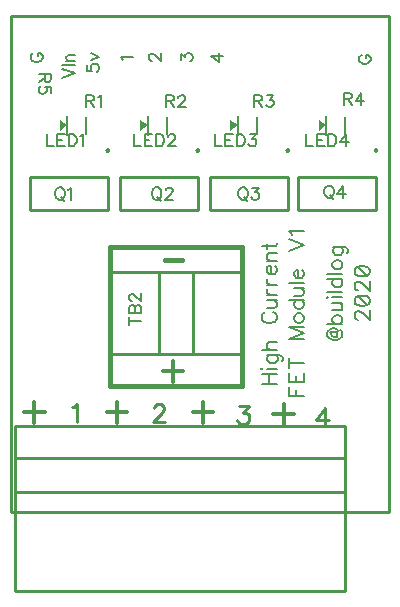
<source format=gbr>
G04 DipTrace 4.0.0.2*
G04 TopSilk.gbr*
%MOIN*%
G04 #@! TF.FileFunction,Legend,Top*
G04 #@! TF.Part,Single*
%ADD10C,0.009843*%
%ADD20C,0.015*%
%ADD27C,0.005906*%
%ADD54C,0.006176*%
%ADD55C,0.009264*%
%ADD56C,0.012351*%
%ADD57C,0.015439*%
%ADD58C,0.00772*%
%FSLAX26Y26*%
G04*
G70*
G90*
G75*
G01*
G04 TopSilk*
%LPD*%
G36*
X314928Y1203755D2*
X314994Y1204760D1*
X315190Y1205748D1*
X315514Y1206702D1*
X315960Y1207606D1*
X316519Y1208443D1*
X317184Y1209201D1*
X317941Y1209865D1*
X318779Y1210425D1*
X319682Y1210870D1*
X320636Y1211194D1*
X321625Y1211391D1*
X322630Y1211457D1*
X323635Y1211391D1*
X324623Y1211194D1*
X325577Y1210870D1*
X326481Y1210425D1*
X327319Y1209865D1*
X328076Y1209201D1*
X328740Y1208443D1*
X329300Y1207606D1*
X329746Y1206702D1*
X330070Y1205748D1*
X330266Y1204760D1*
X330332Y1203755D1*
Y1203728D1*
X330266Y1202723D1*
X330070Y1201735D1*
X329746Y1200781D1*
X329300Y1199877D1*
X328740Y1199040D1*
X328076Y1198282D1*
X327319Y1197618D1*
X326481Y1197058D1*
X325577Y1196613D1*
X324623Y1196289D1*
X323635Y1196092D1*
X322630Y1196026D1*
X321625Y1196092D1*
X320636Y1196289D1*
X319682Y1196613D1*
X318779Y1197058D1*
X317941Y1197618D1*
X317184Y1198282D1*
X316519Y1199040D1*
X315960Y1199877D1*
X315514Y1200781D1*
X315190Y1201735D1*
X314994Y1202723D1*
X314928Y1203728D1*
Y1203755D1*
G37*
X323669Y1114492D2*
D10*
X63839D1*
X323669Y1004256D2*
X63839D1*
Y1114492D2*
Y1004256D1*
X323669Y1114492D2*
Y1004256D1*
G36*
X614928Y1203755D2*
X614994Y1204760D1*
X615190Y1205748D1*
X615514Y1206702D1*
X615960Y1207606D1*
X616519Y1208443D1*
X617184Y1209201D1*
X617941Y1209865D1*
X618779Y1210425D1*
X619682Y1210870D1*
X620636Y1211194D1*
X621625Y1211391D1*
X622630Y1211457D1*
X623635Y1211391D1*
X624623Y1211194D1*
X625577Y1210870D1*
X626481Y1210425D1*
X627319Y1209865D1*
X628076Y1209201D1*
X628740Y1208443D1*
X629300Y1207606D1*
X629746Y1206702D1*
X630070Y1205748D1*
X630266Y1204760D1*
X630332Y1203755D1*
Y1203728D1*
X630266Y1202723D1*
X630070Y1201735D1*
X629746Y1200781D1*
X629300Y1199877D1*
X628740Y1199040D1*
X628076Y1198282D1*
X627319Y1197618D1*
X626481Y1197058D1*
X625577Y1196613D1*
X624623Y1196289D1*
X623635Y1196092D1*
X622630Y1196026D1*
X621625Y1196092D1*
X620636Y1196289D1*
X619682Y1196613D1*
X618779Y1197058D1*
X617941Y1197618D1*
X617184Y1198282D1*
X616519Y1199040D1*
X615960Y1199877D1*
X615514Y1200781D1*
X615190Y1201735D1*
X614994Y1202723D1*
X614928Y1203728D1*
Y1203755D1*
G37*
X623669Y1114492D2*
D10*
X363839D1*
X623669Y1004256D2*
X363839D1*
Y1114492D2*
Y1004256D1*
X623669Y1114492D2*
Y1004256D1*
G36*
X914928Y1203755D2*
X914994Y1204760D1*
X915190Y1205748D1*
X915514Y1206702D1*
X915960Y1207606D1*
X916519Y1208443D1*
X917184Y1209201D1*
X917941Y1209865D1*
X918779Y1210425D1*
X919682Y1210870D1*
X920636Y1211194D1*
X921625Y1211391D1*
X922630Y1211457D1*
X923635Y1211391D1*
X924623Y1211194D1*
X925577Y1210870D1*
X926481Y1210425D1*
X927319Y1209865D1*
X928076Y1209201D1*
X928740Y1208443D1*
X929300Y1207606D1*
X929746Y1206702D1*
X930070Y1205748D1*
X930266Y1204760D1*
X930332Y1203755D1*
Y1203728D1*
X930266Y1202723D1*
X930070Y1201735D1*
X929746Y1200781D1*
X929300Y1199877D1*
X928740Y1199040D1*
X928076Y1198282D1*
X927319Y1197618D1*
X926481Y1197058D1*
X925577Y1196613D1*
X924623Y1196289D1*
X923635Y1196092D1*
X922630Y1196026D1*
X921625Y1196092D1*
X920636Y1196289D1*
X919682Y1196613D1*
X918779Y1197058D1*
X917941Y1197618D1*
X917184Y1198282D1*
X916519Y1199040D1*
X915960Y1199877D1*
X915514Y1200781D1*
X915190Y1201735D1*
X914994Y1202723D1*
X914928Y1203728D1*
Y1203755D1*
G37*
X923669Y1114492D2*
D10*
X663839D1*
X923669Y1004256D2*
X663839D1*
Y1114492D2*
Y1004256D1*
X923669Y1114492D2*
Y1004256D1*
G36*
X1208678Y1203755D2*
X1208744Y1204760D1*
X1208941Y1205748D1*
X1209265Y1206702D1*
X1209710Y1207606D1*
X1210270Y1208443D1*
X1210934Y1209201D1*
X1211692Y1209865D1*
X1212530Y1210425D1*
X1213433Y1210870D1*
X1214387Y1211194D1*
X1215375Y1211391D1*
X1216381Y1211457D1*
X1217386Y1211391D1*
X1218374Y1211194D1*
X1219328Y1210870D1*
X1220232Y1210425D1*
X1221069Y1209865D1*
X1221827Y1209201D1*
X1222491Y1208443D1*
X1223051Y1207606D1*
X1223496Y1206702D1*
X1223820Y1205748D1*
X1224017Y1204760D1*
X1224083Y1203755D1*
Y1203728D1*
X1224017Y1202723D1*
X1223820Y1201735D1*
X1223496Y1200781D1*
X1223051Y1199877D1*
X1222491Y1199040D1*
X1221827Y1198282D1*
X1221069Y1197618D1*
X1220232Y1197058D1*
X1219328Y1196613D1*
X1218374Y1196289D1*
X1217386Y1196092D1*
X1216381Y1196026D1*
X1215375Y1196092D1*
X1214387Y1196289D1*
X1213433Y1196613D1*
X1212530Y1197058D1*
X1211692Y1197618D1*
X1210934Y1198282D1*
X1210270Y1199040D1*
X1209710Y1199877D1*
X1209265Y1200781D1*
X1208941Y1201735D1*
X1208744Y1202723D1*
X1208678Y1203728D1*
Y1203755D1*
G37*
X1217420Y1114492D2*
D10*
X957589D1*
X1217420Y1004256D2*
X957589D1*
Y1114492D2*
Y1004256D1*
X1217420Y1114492D2*
Y1004256D1*
X11909Y180094D2*
Y65945D1*
X1114272D1*
Y180094D1*
X11909D1*
Y286417D2*
Y-264764D1*
X1114272D1*
Y286417D1*
X11909D1*
X0Y1653543D2*
Y0D1*
X1259843D1*
Y1653543D1*
X0D1*
G36*
X187500Y1287500D2*
X162500Y1306251D1*
Y1268749D1*
D1*
X187500Y1287500D1*
G37*
Y1318749D2*
D27*
Y1256251D1*
X250147Y1317028D2*
Y1257972D1*
G36*
X456249Y1287500D2*
X431249Y1306251D1*
Y1268749D1*
D1*
X456249Y1287500D1*
G37*
Y1318749D2*
D27*
Y1256251D1*
X518896Y1317028D2*
Y1257972D1*
G36*
X756249Y1287500D2*
X731249Y1306251D1*
Y1268749D1*
D1*
X756249Y1287500D1*
G37*
Y1318749D2*
D27*
Y1256251D1*
X818896Y1317028D2*
Y1257972D1*
G36*
X1050000Y1287500D2*
X1025000Y1306251D1*
Y1268749D1*
D1*
X1050000Y1287500D1*
G37*
Y1318749D2*
D27*
Y1256251D1*
X1112647Y1317028D2*
Y1257972D1*
X494906Y524558D2*
D10*
X605142D1*
Y800148D1*
X494906D1*
Y524558D1*
X333465D2*
X766535D1*
Y800148D1*
X333465D1*
Y524558D1*
X331249Y881249D2*
D20*
X768751D1*
Y418751D1*
X331249D1*
Y881249D1*
X1168543Y1522057D2*
D54*
X1164740Y1520155D1*
X1160893Y1516309D1*
X1158992Y1512506D1*
Y1504857D1*
X1160893Y1501010D1*
X1164740Y1497208D1*
X1168543Y1495262D1*
X1174291Y1493361D1*
X1183886D1*
X1189589Y1495262D1*
X1193436Y1497208D1*
X1197239Y1501010D1*
X1199184Y1504857D1*
Y1512506D1*
X1197239Y1516309D1*
X1193436Y1520155D1*
X1189589Y1522057D1*
X1183886D1*
Y1512506D1*
X252836Y1489162D2*
Y1470061D1*
X270035Y1468159D1*
X268134Y1470061D1*
X266189Y1475809D1*
Y1481512D1*
X268134Y1487260D1*
X271937Y1491107D1*
X277685Y1493009D1*
X281487D1*
X287235Y1491107D1*
X291082Y1487260D1*
X292983Y1481512D1*
Y1475809D1*
X291082Y1470061D1*
X289137Y1468159D1*
X285334Y1466214D1*
X266189Y1505360D2*
X292983Y1516856D1*
X266189Y1528308D1*
X74842Y1528306D2*
X71039Y1526405D1*
X67193Y1522558D1*
X65291Y1518756D1*
Y1511106D1*
X67193Y1507259D1*
X71039Y1503457D1*
X74842Y1501511D1*
X80590Y1499610D1*
X90185D1*
X95889Y1501511D1*
X99735Y1503457D1*
X103538Y1507259D1*
X105483Y1511106D1*
Y1518756D1*
X103538Y1522558D1*
X99735Y1526405D1*
X95889Y1528306D1*
X90185D1*
Y1518756D1*
X372985Y1506211D2*
X371039Y1510058D1*
X365336Y1515806D1*
X405483D1*
X468637Y1503457D2*
X466736D1*
X462889Y1505358D1*
X460988Y1507260D1*
X459086Y1511107D1*
Y1518756D1*
X460988Y1522558D1*
X462889Y1524460D1*
X466736Y1526405D1*
X470538D1*
X474385Y1524460D1*
X480089Y1520657D1*
X499234Y1501512D1*
Y1528306D1*
X565336Y1505358D2*
Y1526361D1*
X580634Y1514909D1*
Y1520657D1*
X582535Y1524460D1*
X584437Y1526361D1*
X590185Y1528306D1*
X593987D1*
X599735Y1526361D1*
X603582Y1522558D1*
X605483Y1516810D1*
Y1511062D1*
X603582Y1505358D1*
X601637Y1503457D1*
X597834Y1501512D1*
X705483Y1518756D2*
X665336D1*
X692086Y1499610D1*
Y1528306D1*
X171542Y1445711D2*
X211734Y1461010D1*
X171542Y1476308D1*
Y1488660D2*
X211734D1*
X184939Y1501011D2*
X211734D1*
X192589D2*
X186841Y1506759D1*
X184939Y1510606D1*
Y1516310D1*
X186841Y1520157D1*
X192589Y1522058D1*
X211734D1*
X476105Y344445D2*
D55*
Y347297D1*
X478957Y353067D1*
X481809Y355919D1*
X487579Y358771D1*
X499053D1*
X504757Y355919D1*
X507609Y353067D1*
X510527Y347297D1*
Y341593D1*
X507609Y335823D1*
X501905Y327267D1*
X473187Y298549D1*
X513379D1*
X760206Y352520D2*
X791710D1*
X774532Y329572D1*
X783154D1*
X788858Y326720D1*
X791710Y323869D1*
X794628Y315246D1*
Y309543D1*
X791710Y300921D1*
X786006Y295150D1*
X777384Y292299D1*
X768762D1*
X760206Y295150D1*
X757354Y298069D1*
X754436Y303773D1*
X1045654Y286048D2*
Y346270D1*
X1016936Y306144D1*
X1059980D1*
X204438Y347297D2*
X210208Y350215D1*
X218830Y358771D1*
Y298549D1*
X77881Y365012D2*
D56*
Y296124D1*
X43481Y330524D2*
X112369D1*
X352881Y365012D2*
Y296124D1*
X318481Y330524D2*
X387369D1*
X640381Y365012D2*
Y296124D1*
X605981Y330524D2*
X674869D1*
X909131Y358762D2*
Y289874D1*
X874731Y324273D2*
X943619D1*
X540381Y502512D2*
Y433624D1*
X505981Y468024D2*
X574869D1*
X513775Y838726D2*
D57*
X569044D1*
X835709Y424913D2*
D58*
X885949D1*
X835709Y458407D2*
X885949D1*
X859640Y424913D2*
Y458407D1*
X835709Y473846D2*
X838085Y476223D1*
X835709Y478654D1*
X833277Y476223D1*
X835709Y473846D1*
X852455Y476223D2*
X885949D1*
X854832Y522779D2*
X893134D1*
X900264Y520402D1*
X902695Y518025D1*
X905072Y513217D1*
Y506032D1*
X902695Y501279D1*
X862017Y522779D2*
X857264Y518025D1*
X854832Y513217D1*
Y506032D1*
X857264Y501279D1*
X862017Y496470D1*
X869202Y494094D1*
X874010D1*
X881140Y496470D1*
X885949Y501279D1*
X888325Y506032D1*
Y513217D1*
X885949Y518025D1*
X881140Y522779D1*
X835709Y538218D2*
X885949D1*
X862017D2*
X854832Y545403D1*
X852455Y550211D1*
Y557396D1*
X854832Y562150D1*
X862017Y564526D1*
X885949D1*
X847647Y664436D2*
X842894Y662060D1*
X838085Y657251D1*
X835709Y652498D1*
Y642936D1*
X838085Y638128D1*
X842894Y633375D1*
X847647Y630943D1*
X854832Y628566D1*
X866825D1*
X873955Y630943D1*
X878764Y633375D1*
X883517Y638128D1*
X885949Y642936D1*
Y652498D1*
X883517Y657251D1*
X878764Y662060D1*
X873955Y664436D1*
X852455Y679875D2*
X876387D1*
X883517Y682252D1*
X885949Y687061D1*
Y694246D1*
X883517Y698999D1*
X876387Y706184D1*
X852455D2*
X885949D1*
X852455Y721623D2*
X885949D1*
X866825D2*
X859640Y724055D1*
X854832Y728808D1*
X852455Y733617D1*
Y740802D1*
Y756241D2*
X885949D1*
X866825D2*
X859640Y758673D1*
X854832Y763426D1*
X852455Y768234D1*
Y775419D1*
X866825Y790859D2*
Y819543D1*
X862017D1*
X857209Y817167D1*
X854832Y814790D1*
X852455Y809982D1*
Y802797D1*
X854832Y798044D1*
X859640Y793235D1*
X866825Y790859D1*
X871579D1*
X878764Y793235D1*
X883517Y798044D1*
X885949Y802797D1*
Y809982D1*
X883517Y814790D1*
X878764Y819543D1*
X852455Y834983D2*
X885949D1*
X862017D2*
X854832Y842168D1*
X852455Y846976D1*
Y854106D1*
X854832Y858914D1*
X862017Y861291D1*
X885949D1*
X835709Y883915D2*
X876387D1*
X883517Y886292D1*
X885949Y891100D1*
Y895854D1*
X852455Y876730D2*
Y893477D1*
X926740Y416227D2*
Y385110D1*
X976980D1*
X950671D2*
Y404233D1*
X926740Y462727D2*
Y431666D1*
X976980D1*
Y462727D1*
X950671Y431666D2*
Y450789D1*
X926740Y494913D2*
X976980D1*
X926740Y478167D2*
Y511660D1*
X976980Y613947D2*
X926740D1*
X976980Y594823D1*
X926740Y575700D1*
X976980D1*
X943486Y641324D2*
X945863Y636571D1*
X950671Y631762D1*
X957856Y629386D1*
X962609D1*
X969794Y631762D1*
X974548Y636571D1*
X976980Y641324D1*
Y648509D1*
X974548Y653318D1*
X969794Y658071D1*
X962609Y660503D1*
X957856D1*
X950671Y658071D1*
X945863Y653318D1*
X943486Y648509D1*
Y641324D1*
X926740Y704627D2*
X976980D1*
X950671D2*
X945863Y699874D1*
X943486Y695065D1*
Y687880D1*
X945863Y683127D1*
X950671Y678318D1*
X957856Y675942D1*
X962609D1*
X969794Y678318D1*
X974548Y683127D1*
X976980Y687880D1*
Y695065D1*
X974548Y699874D1*
X969794Y704627D1*
X943486Y720066D2*
X967418D1*
X974548Y722443D1*
X976980Y727251D1*
Y734436D1*
X974548Y739189D1*
X967418Y746374D1*
X943486D2*
X976980D1*
X926740Y761814D2*
X976980D1*
X957856Y777253D2*
Y805938D1*
X953048D1*
X948239Y803561D1*
X945863Y801184D1*
X943486Y796376D1*
Y789191D1*
X945863Y784438D1*
X950671Y779629D1*
X957856Y777253D1*
X962609D1*
X969794Y779629D1*
X974548Y784438D1*
X976980Y789191D1*
Y796376D1*
X974548Y801184D1*
X969794Y805938D1*
X926740Y869978D2*
X976980Y889101D1*
X926740Y908224D1*
X936356Y923664D2*
X933925Y928472D1*
X926795Y935657D1*
X976980D1*
X1066452Y598919D2*
Y591734D1*
X1068829Y586981D1*
X1071205Y584549D1*
X1076014Y582172D1*
X1085575D1*
X1087952Y584549D1*
Y589357D1*
X1085575Y598919D1*
X1090329Y601295D1*
Y603672D1*
X1085575Y608480D1*
X1073637Y610857D1*
X1066452Y608480D1*
X1061644Y606104D1*
X1056891Y601295D1*
X1054514Y596542D1*
Y586981D1*
X1056891Y582172D1*
X1061644Y577419D1*
X1066452Y574987D1*
X1073637Y572610D1*
X1085575D1*
X1092760Y574987D1*
X1097514Y577419D1*
X1102322Y582172D1*
X1104699Y586981D1*
Y596542D1*
X1102322Y601295D1*
X1097514Y606104D1*
X1064076Y598919D2*
X1085575D1*
X1054459Y626296D2*
X1104699D1*
X1078390D2*
X1073582Y631105D1*
X1071205Y635858D1*
Y643043D1*
X1073582Y647796D1*
X1078390Y652605D1*
X1085575Y654981D1*
X1090329D1*
X1097514Y652605D1*
X1102267Y647796D1*
X1104699Y643043D1*
Y635858D1*
X1102267Y631105D1*
X1097514Y626296D1*
X1071205Y670420D2*
X1095137D1*
X1102267Y672797D1*
X1104699Y677605D1*
Y684790D1*
X1102267Y689544D1*
X1095137Y696729D1*
X1071205D2*
X1104699D1*
X1054459Y712168D2*
X1056835Y714545D1*
X1054459Y716976D1*
X1052027Y714545D1*
X1054459Y712168D1*
X1071205Y714545D2*
X1104699D1*
X1054459Y732416D2*
X1104699D1*
X1054459Y776540D2*
X1104699D1*
X1078390D2*
X1073582Y771787D1*
X1071205Y766978D1*
Y759793D1*
X1073582Y755040D1*
X1078390Y750231D1*
X1085575Y747855D1*
X1090329D1*
X1097514Y750231D1*
X1102267Y755040D1*
X1104699Y759793D1*
Y766978D1*
X1102267Y771787D1*
X1097514Y776540D1*
X1054459Y791979D2*
X1104699D1*
X1071205Y819356D2*
X1073582Y814603D1*
X1078390Y809795D1*
X1085575Y807418D1*
X1090329D1*
X1097514Y809795D1*
X1102267Y814603D1*
X1104699Y819356D1*
Y826541D1*
X1102267Y831350D1*
X1097514Y836103D1*
X1090329Y838535D1*
X1085575D1*
X1078390Y836103D1*
X1073582Y831350D1*
X1071205Y826541D1*
Y819356D1*
X1073582Y882659D2*
X1111884D1*
X1119014Y880283D1*
X1121445Y877906D1*
X1123822Y873097D1*
Y865912D1*
X1121445Y861159D1*
X1080767Y882659D2*
X1076014Y877906D1*
X1073582Y873097D1*
Y865912D1*
X1076014Y861159D1*
X1080767Y856351D1*
X1087952Y853974D1*
X1092760D1*
X1099890Y856351D1*
X1104699Y861159D1*
X1107075Y865912D1*
Y873097D1*
X1104699Y877906D1*
X1099890Y882659D1*
X1157483Y639921D2*
X1155106D1*
X1150298Y642298D1*
X1147921Y644674D1*
X1145545Y649483D1*
Y659044D1*
X1147921Y663798D1*
X1150298Y666174D1*
X1155106Y668606D1*
X1159860D1*
X1164668Y666174D1*
X1171798Y661421D1*
X1195730Y637489D1*
Y670983D1*
X1145545Y700792D2*
X1147921Y693607D1*
X1155106Y688798D1*
X1167045Y686422D1*
X1174230D1*
X1186168Y688798D1*
X1193353Y693607D1*
X1195730Y700792D1*
Y705545D1*
X1193353Y712730D1*
X1186168Y717483D1*
X1174230Y719915D1*
X1167045D1*
X1155106Y717483D1*
X1147921Y712730D1*
X1145545Y705545D1*
Y700792D1*
X1155106Y717483D2*
X1186168Y688798D1*
X1157483Y737786D2*
X1155106D1*
X1150298Y740163D1*
X1147921Y742539D1*
X1145545Y747348D1*
Y756910D1*
X1147921Y761663D1*
X1150298Y764039D1*
X1155106Y766471D1*
X1159860D1*
X1164668Y764039D1*
X1171798Y759286D1*
X1195730Y735354D1*
Y768848D1*
X1145545Y798657D2*
X1147921Y791472D1*
X1155106Y786664D1*
X1167045Y784287D1*
X1174230D1*
X1186168Y786664D1*
X1193353Y791472D1*
X1195730Y798657D1*
Y803410D1*
X1193353Y810595D1*
X1186168Y815348D1*
X1174230Y817780D1*
X1167045D1*
X1155106Y815348D1*
X1147921Y810595D1*
X1145545Y803410D1*
Y798657D1*
X1155106Y815348D2*
X1186168Y786664D1*
X159284Y1080452D2*
D54*
X155481Y1078595D1*
X151634Y1074749D1*
X149733Y1070902D1*
X147788Y1065154D1*
Y1055603D1*
X149733Y1049855D1*
X151634Y1046053D1*
X155481Y1042206D1*
X159284Y1040305D1*
X166933D1*
X170780Y1042206D1*
X174582Y1046053D1*
X176483Y1049855D1*
X178429Y1055603D1*
Y1065154D1*
X176483Y1070902D1*
X174582Y1074749D1*
X170780Y1078595D1*
X166933Y1080452D1*
X159284D1*
X165032Y1047954D2*
X176483Y1036458D1*
X190780Y1072759D2*
X194627Y1074704D1*
X200375Y1080408D1*
Y1040260D1*
X481934Y1080452D2*
X478132Y1078595D1*
X474285Y1074749D1*
X472384Y1070902D1*
X470438Y1065154D1*
Y1055603D1*
X472384Y1049855D1*
X474285Y1046053D1*
X478132Y1042206D1*
X481934Y1040305D1*
X489584D1*
X493430Y1042206D1*
X497233Y1046053D1*
X499134Y1049855D1*
X501080Y1055603D1*
Y1065154D1*
X499134Y1070902D1*
X497233Y1074749D1*
X493430Y1078595D1*
X489584Y1080452D1*
X481934D1*
X487682Y1047954D2*
X499134Y1036458D1*
X515377Y1070858D2*
Y1072759D1*
X517278Y1076606D1*
X519179Y1078507D1*
X523026Y1080408D1*
X530675D1*
X534478Y1078507D1*
X536379Y1076606D1*
X538324Y1072759D1*
Y1068956D1*
X536379Y1065110D1*
X532576Y1059406D1*
X513431Y1040260D1*
X540226D1*
X769434Y1080452D2*
X765632Y1078595D1*
X761785Y1074749D1*
X759884Y1070902D1*
X757938Y1065154D1*
Y1055603D1*
X759884Y1049855D1*
X761785Y1046053D1*
X765632Y1042206D1*
X769434Y1040305D1*
X777084D1*
X780930Y1042206D1*
X784733Y1046053D1*
X786634Y1049855D1*
X788580Y1055603D1*
Y1065154D1*
X786634Y1070902D1*
X784733Y1074749D1*
X780930Y1078595D1*
X777084Y1080452D1*
X769434D1*
X775182Y1047954D2*
X786634Y1036458D1*
X804778Y1080408D2*
X825780D1*
X814328Y1065110D1*
X820076D1*
X823879Y1063208D1*
X825780Y1061307D1*
X827726Y1055559D1*
Y1051757D1*
X825780Y1046009D1*
X821978Y1042162D1*
X816230Y1040260D1*
X810482D1*
X804778Y1042162D1*
X802877Y1044107D1*
X800931Y1047910D1*
X1055984Y1086703D2*
X1052181Y1084846D1*
X1048334Y1080999D1*
X1046433Y1077153D1*
X1044488Y1071405D1*
Y1061854D1*
X1046433Y1056106D1*
X1048334Y1052303D1*
X1052181Y1048457D1*
X1055984Y1046555D1*
X1063633D1*
X1067480Y1048457D1*
X1071282Y1052303D1*
X1073184Y1056106D1*
X1075129Y1061854D1*
Y1071405D1*
X1073184Y1077153D1*
X1071282Y1080999D1*
X1067480Y1084846D1*
X1063633Y1086703D1*
X1055984D1*
X1061732Y1054205D2*
X1073184Y1042709D1*
X1106626Y1046511D2*
Y1086659D1*
X1087480Y1059908D1*
X1116176D1*
X119473Y1258578D2*
Y1218386D1*
X142421D1*
X179621Y1258578D2*
X154772D1*
Y1218386D1*
X179621D1*
X154772Y1239432D2*
X170071D1*
X191973Y1258578D2*
Y1218386D1*
X205370D1*
X211118Y1220331D1*
X214965Y1224134D1*
X216866Y1227981D1*
X218767Y1233684D1*
Y1243279D1*
X216866Y1249027D1*
X214965Y1252830D1*
X211118Y1256677D1*
X205370Y1258578D1*
X191973D1*
X231119Y1250884D2*
X234966Y1252830D1*
X240714Y1258534D1*
Y1218386D1*
X410873Y1258578D2*
Y1218386D1*
X433821D1*
X471021Y1258578D2*
X446172D1*
Y1218386D1*
X471021D1*
X446172Y1239433D2*
X461471D1*
X483373Y1258578D2*
Y1218386D1*
X496770D1*
X502518Y1220332D1*
X506365Y1224134D1*
X508266Y1227981D1*
X510167Y1233685D1*
Y1243280D1*
X508266Y1249028D1*
X506365Y1252830D1*
X502518Y1256677D1*
X496770Y1258578D1*
X483373D1*
X524464Y1248984D2*
Y1250885D1*
X526366Y1254732D1*
X528267Y1256633D1*
X532114Y1258534D1*
X539763D1*
X543565Y1256633D1*
X545467Y1254732D1*
X547412Y1250885D1*
Y1247082D1*
X545467Y1243236D1*
X541664Y1237532D1*
X522519Y1218386D1*
X549313D1*
X679623Y1258578D2*
Y1218386D1*
X702571D1*
X739771Y1258578D2*
X714922D1*
Y1218386D1*
X739771D1*
X714922Y1239433D2*
X730221D1*
X752123Y1258578D2*
Y1218386D1*
X765520D1*
X771268Y1220332D1*
X775115Y1224134D1*
X777016Y1227981D1*
X778917Y1233685D1*
Y1243280D1*
X777016Y1249028D1*
X775115Y1252830D1*
X771268Y1256677D1*
X765520Y1258578D1*
X752123D1*
X795116Y1258534D2*
X816118D1*
X804666Y1243236D1*
X810414D1*
X814217Y1241334D1*
X816118Y1239433D1*
X818063Y1233685D1*
Y1229883D1*
X816118Y1224134D1*
X812315Y1220288D1*
X806567Y1218386D1*
X800819D1*
X795116Y1220288D1*
X793214Y1222233D1*
X791269Y1226036D1*
X984923Y1258579D2*
Y1218387D1*
X1007871D1*
X1045071Y1258579D2*
X1020222D1*
Y1218387D1*
X1045071D1*
X1020222Y1239434D2*
X1035521D1*
X1057423Y1258579D2*
Y1218387D1*
X1070820D1*
X1076568Y1220333D1*
X1080415Y1224135D1*
X1082316Y1227982D1*
X1084217Y1233686D1*
Y1243281D1*
X1082316Y1249029D1*
X1080415Y1252831D1*
X1076568Y1256678D1*
X1070820Y1258579D1*
X1057423D1*
X1115714Y1218387D2*
Y1258535D1*
X1096569Y1231784D1*
X1125265D1*
X250628Y1369748D2*
X267828D1*
X273576Y1371694D1*
X275522Y1373595D1*
X277423Y1377397D1*
Y1381244D1*
X275522Y1385047D1*
X273576Y1386992D1*
X267828Y1388893D1*
X250628D1*
Y1348701D1*
X264026Y1369748D2*
X277423Y1348701D1*
X289774Y1381200D2*
X293621Y1383145D1*
X299369Y1388849D1*
Y1348701D1*
X517024Y1369746D2*
X534224D1*
X539972Y1371692D1*
X541918Y1373593D1*
X543819Y1377396D1*
Y1381242D1*
X541917Y1385045D1*
X539972Y1386990D1*
X534224Y1388891D1*
X517024D1*
X517025Y1348699D1*
X530422Y1369746D2*
X543819Y1348700D1*
X558116Y1379297D2*
Y1381198D1*
X560017Y1385045D1*
X561918Y1386947D1*
X565765Y1388848D1*
X573414D1*
X577217Y1386947D1*
X579118Y1385046D1*
X581064Y1381199D1*
Y1377396D1*
X579118Y1373550D1*
X575316Y1367846D1*
X556171Y1348700D1*
X582966Y1348701D1*
X810780Y1369746D2*
X827980D1*
X833728Y1371692D1*
X835674Y1373593D1*
X837575Y1377395D1*
Y1381242D1*
X835673Y1385045D1*
X833728Y1386990D1*
X827980Y1388891D1*
X810780D1*
X810781Y1348699D1*
X824178Y1369746D2*
X837575Y1348700D1*
X853773Y1388848D2*
X874775D1*
X863324Y1373549D1*
X869072D1*
X872874Y1371648D1*
X874776Y1369747D1*
X876721Y1363999D1*
Y1360196D1*
X874776Y1354448D1*
X870973Y1350602D1*
X865225Y1348700D1*
X859477D1*
X853774Y1350601D1*
X851872Y1352547D1*
X849927Y1356349D1*
X1109829Y1375996D2*
X1127029Y1375997D1*
X1132777Y1377942D1*
X1134723Y1379844D1*
X1136624Y1383646D1*
Y1387493D1*
X1134723Y1391296D1*
X1132777Y1393241D1*
X1127029Y1395142D1*
X1109829D1*
X1109830Y1354950D1*
X1123227Y1375997D2*
X1136625Y1354950D1*
X1168121Y1354951D2*
Y1395099D1*
X1148976Y1368348D1*
X1177672Y1368349D1*
X393635Y635707D2*
X433827D1*
X393635Y622310D2*
Y649104D1*
Y661456D2*
X433827D1*
Y678700D1*
X431882Y684448D1*
X429981Y686349D1*
X426178Y688250D1*
X420430D1*
X416583Y686349D1*
X414682Y684448D1*
X412781Y678700D1*
X410835Y684448D1*
X408934Y686349D1*
X405132Y688250D1*
X401285D1*
X397482Y686349D1*
X395537Y684448D1*
X393635Y678700D1*
Y661456D1*
X412781D2*
Y678700D1*
X403230Y702547D2*
X401329D1*
X397482Y704449D1*
X395581Y706350D1*
X393680Y710197D1*
Y717846D1*
X395581Y721648D1*
X397482Y723550D1*
X401329Y725495D1*
X405132D1*
X408978Y723550D1*
X414682Y719747D1*
X433827Y700602D1*
Y727396D1*
X112711Y1457971D2*
Y1440771D1*
X114657Y1435023D1*
X116558Y1433078D1*
X120361Y1431176D1*
X124207D1*
X128010Y1433078D1*
X129955Y1435023D1*
X131857Y1440771D1*
Y1457971D1*
X91665D1*
X112711Y1444574D2*
X91665Y1431176D1*
X131812Y1395877D2*
Y1414978D1*
X114613Y1416879D1*
X116514Y1414978D1*
X118459Y1409230D1*
Y1403526D1*
X116514Y1397778D1*
X112711Y1393932D1*
X106963Y1392030D1*
X103161D1*
X97413Y1393932D1*
X93566Y1397778D1*
X91665Y1403526D1*
Y1409230D1*
X93566Y1414978D1*
X95511Y1416879D1*
X99314Y1418825D1*
M02*

</source>
